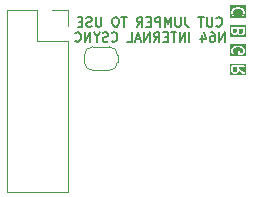
<source format=gbr>
%TF.GenerationSoftware,KiCad,Pcbnew,7.0.8*%
%TF.CreationDate,2024-06-22T11:04:44-04:00*%
%TF.ProjectId,n64amp,6e363461-6d70-42e6-9b69-6361645f7063,rev?*%
%TF.SameCoordinates,Original*%
%TF.FileFunction,Legend,Bot*%
%TF.FilePolarity,Positive*%
%FSLAX46Y46*%
G04 Gerber Fmt 4.6, Leading zero omitted, Abs format (unit mm)*
G04 Created by KiCad (PCBNEW 7.0.8) date 2024-06-22 11:04:44*
%MOMM*%
%LPD*%
G01*
G04 APERTURE LIST*
%ADD10C,0.150000*%
%ADD11C,0.120000*%
G04 APERTURE END LIST*
D10*
X30307847Y-13922504D02*
X30345943Y-13960600D01*
X30345943Y-13960600D02*
X30460228Y-13998695D01*
X30460228Y-13998695D02*
X30536419Y-13998695D01*
X30536419Y-13998695D02*
X30650705Y-13960600D01*
X30650705Y-13960600D02*
X30726895Y-13884409D01*
X30726895Y-13884409D02*
X30764990Y-13808219D01*
X30764990Y-13808219D02*
X30803086Y-13655838D01*
X30803086Y-13655838D02*
X30803086Y-13541552D01*
X30803086Y-13541552D02*
X30764990Y-13389171D01*
X30764990Y-13389171D02*
X30726895Y-13312980D01*
X30726895Y-13312980D02*
X30650705Y-13236790D01*
X30650705Y-13236790D02*
X30536419Y-13198695D01*
X30536419Y-13198695D02*
X30460228Y-13198695D01*
X30460228Y-13198695D02*
X30345943Y-13236790D01*
X30345943Y-13236790D02*
X30307847Y-13274885D01*
X29964990Y-13198695D02*
X29964990Y-13846314D01*
X29964990Y-13846314D02*
X29926895Y-13922504D01*
X29926895Y-13922504D02*
X29888800Y-13960600D01*
X29888800Y-13960600D02*
X29812609Y-13998695D01*
X29812609Y-13998695D02*
X29660228Y-13998695D01*
X29660228Y-13998695D02*
X29584038Y-13960600D01*
X29584038Y-13960600D02*
X29545943Y-13922504D01*
X29545943Y-13922504D02*
X29507847Y-13846314D01*
X29507847Y-13846314D02*
X29507847Y-13198695D01*
X29241181Y-13198695D02*
X28784038Y-13198695D01*
X29012610Y-13998695D02*
X29012610Y-13198695D01*
X27679276Y-13198695D02*
X27679276Y-13770123D01*
X27679276Y-13770123D02*
X27717371Y-13884409D01*
X27717371Y-13884409D02*
X27793562Y-13960600D01*
X27793562Y-13960600D02*
X27907847Y-13998695D01*
X27907847Y-13998695D02*
X27984038Y-13998695D01*
X27298323Y-13198695D02*
X27298323Y-13846314D01*
X27298323Y-13846314D02*
X27260228Y-13922504D01*
X27260228Y-13922504D02*
X27222133Y-13960600D01*
X27222133Y-13960600D02*
X27145942Y-13998695D01*
X27145942Y-13998695D02*
X26993561Y-13998695D01*
X26993561Y-13998695D02*
X26917371Y-13960600D01*
X26917371Y-13960600D02*
X26879276Y-13922504D01*
X26879276Y-13922504D02*
X26841180Y-13846314D01*
X26841180Y-13846314D02*
X26841180Y-13198695D01*
X26460228Y-13998695D02*
X26460228Y-13198695D01*
X26460228Y-13198695D02*
X26193562Y-13770123D01*
X26193562Y-13770123D02*
X25926895Y-13198695D01*
X25926895Y-13198695D02*
X25926895Y-13998695D01*
X25545942Y-13998695D02*
X25545942Y-13198695D01*
X25545942Y-13198695D02*
X25241180Y-13198695D01*
X25241180Y-13198695D02*
X25164990Y-13236790D01*
X25164990Y-13236790D02*
X25126895Y-13274885D01*
X25126895Y-13274885D02*
X25088799Y-13351076D01*
X25088799Y-13351076D02*
X25088799Y-13465361D01*
X25088799Y-13465361D02*
X25126895Y-13541552D01*
X25126895Y-13541552D02*
X25164990Y-13579647D01*
X25164990Y-13579647D02*
X25241180Y-13617742D01*
X25241180Y-13617742D02*
X25545942Y-13617742D01*
X24745942Y-13579647D02*
X24479276Y-13579647D01*
X24364990Y-13998695D02*
X24745942Y-13998695D01*
X24745942Y-13998695D02*
X24745942Y-13198695D01*
X24745942Y-13198695D02*
X24364990Y-13198695D01*
X23564989Y-13998695D02*
X23831656Y-13617742D01*
X24022132Y-13998695D02*
X24022132Y-13198695D01*
X24022132Y-13198695D02*
X23717370Y-13198695D01*
X23717370Y-13198695D02*
X23641180Y-13236790D01*
X23641180Y-13236790D02*
X23603085Y-13274885D01*
X23603085Y-13274885D02*
X23564989Y-13351076D01*
X23564989Y-13351076D02*
X23564989Y-13465361D01*
X23564989Y-13465361D02*
X23603085Y-13541552D01*
X23603085Y-13541552D02*
X23641180Y-13579647D01*
X23641180Y-13579647D02*
X23717370Y-13617742D01*
X23717370Y-13617742D02*
X24022132Y-13617742D01*
X22726894Y-13198695D02*
X22269751Y-13198695D01*
X22498323Y-13998695D02*
X22498323Y-13198695D01*
X21850703Y-13198695D02*
X21698322Y-13198695D01*
X21698322Y-13198695D02*
X21622132Y-13236790D01*
X21622132Y-13236790D02*
X21545941Y-13312980D01*
X21545941Y-13312980D02*
X21507846Y-13465361D01*
X21507846Y-13465361D02*
X21507846Y-13732028D01*
X21507846Y-13732028D02*
X21545941Y-13884409D01*
X21545941Y-13884409D02*
X21622132Y-13960600D01*
X21622132Y-13960600D02*
X21698322Y-13998695D01*
X21698322Y-13998695D02*
X21850703Y-13998695D01*
X21850703Y-13998695D02*
X21926894Y-13960600D01*
X21926894Y-13960600D02*
X22003084Y-13884409D01*
X22003084Y-13884409D02*
X22041180Y-13732028D01*
X22041180Y-13732028D02*
X22041180Y-13465361D01*
X22041180Y-13465361D02*
X22003084Y-13312980D01*
X22003084Y-13312980D02*
X21926894Y-13236790D01*
X21926894Y-13236790D02*
X21850703Y-13198695D01*
X20555465Y-13198695D02*
X20555465Y-13846314D01*
X20555465Y-13846314D02*
X20517370Y-13922504D01*
X20517370Y-13922504D02*
X20479275Y-13960600D01*
X20479275Y-13960600D02*
X20403084Y-13998695D01*
X20403084Y-13998695D02*
X20250703Y-13998695D01*
X20250703Y-13998695D02*
X20174513Y-13960600D01*
X20174513Y-13960600D02*
X20136418Y-13922504D01*
X20136418Y-13922504D02*
X20098322Y-13846314D01*
X20098322Y-13846314D02*
X20098322Y-13198695D01*
X19755466Y-13960600D02*
X19641180Y-13998695D01*
X19641180Y-13998695D02*
X19450704Y-13998695D01*
X19450704Y-13998695D02*
X19374513Y-13960600D01*
X19374513Y-13960600D02*
X19336418Y-13922504D01*
X19336418Y-13922504D02*
X19298323Y-13846314D01*
X19298323Y-13846314D02*
X19298323Y-13770123D01*
X19298323Y-13770123D02*
X19336418Y-13693933D01*
X19336418Y-13693933D02*
X19374513Y-13655838D01*
X19374513Y-13655838D02*
X19450704Y-13617742D01*
X19450704Y-13617742D02*
X19603085Y-13579647D01*
X19603085Y-13579647D02*
X19679275Y-13541552D01*
X19679275Y-13541552D02*
X19717370Y-13503457D01*
X19717370Y-13503457D02*
X19755466Y-13427266D01*
X19755466Y-13427266D02*
X19755466Y-13351076D01*
X19755466Y-13351076D02*
X19717370Y-13274885D01*
X19717370Y-13274885D02*
X19679275Y-13236790D01*
X19679275Y-13236790D02*
X19603085Y-13198695D01*
X19603085Y-13198695D02*
X19412608Y-13198695D01*
X19412608Y-13198695D02*
X19298323Y-13236790D01*
X18955465Y-13579647D02*
X18688799Y-13579647D01*
X18574513Y-13998695D02*
X18955465Y-13998695D01*
X18955465Y-13998695D02*
X18955465Y-13198695D01*
X18955465Y-13198695D02*
X18574513Y-13198695D01*
X30993561Y-15286695D02*
X30993561Y-14486695D01*
X30993561Y-14486695D02*
X30536418Y-15286695D01*
X30536418Y-15286695D02*
X30536418Y-14486695D01*
X29812609Y-14486695D02*
X29964990Y-14486695D01*
X29964990Y-14486695D02*
X30041181Y-14524790D01*
X30041181Y-14524790D02*
X30079276Y-14562885D01*
X30079276Y-14562885D02*
X30155466Y-14677171D01*
X30155466Y-14677171D02*
X30193562Y-14829552D01*
X30193562Y-14829552D02*
X30193562Y-15134314D01*
X30193562Y-15134314D02*
X30155466Y-15210504D01*
X30155466Y-15210504D02*
X30117371Y-15248600D01*
X30117371Y-15248600D02*
X30041181Y-15286695D01*
X30041181Y-15286695D02*
X29888800Y-15286695D01*
X29888800Y-15286695D02*
X29812609Y-15248600D01*
X29812609Y-15248600D02*
X29774514Y-15210504D01*
X29774514Y-15210504D02*
X29736419Y-15134314D01*
X29736419Y-15134314D02*
X29736419Y-14943838D01*
X29736419Y-14943838D02*
X29774514Y-14867647D01*
X29774514Y-14867647D02*
X29812609Y-14829552D01*
X29812609Y-14829552D02*
X29888800Y-14791457D01*
X29888800Y-14791457D02*
X30041181Y-14791457D01*
X30041181Y-14791457D02*
X30117371Y-14829552D01*
X30117371Y-14829552D02*
X30155466Y-14867647D01*
X30155466Y-14867647D02*
X30193562Y-14943838D01*
X29050704Y-14753361D02*
X29050704Y-15286695D01*
X29241180Y-14448600D02*
X29431657Y-15020028D01*
X29431657Y-15020028D02*
X28936418Y-15020028D01*
X28022132Y-15286695D02*
X28022132Y-14486695D01*
X27641180Y-15286695D02*
X27641180Y-14486695D01*
X27641180Y-14486695D02*
X27184037Y-15286695D01*
X27184037Y-15286695D02*
X27184037Y-14486695D01*
X26917371Y-14486695D02*
X26460228Y-14486695D01*
X26688800Y-15286695D02*
X26688800Y-14486695D01*
X26193561Y-14867647D02*
X25926895Y-14867647D01*
X25812609Y-15286695D02*
X26193561Y-15286695D01*
X26193561Y-15286695D02*
X26193561Y-14486695D01*
X26193561Y-14486695D02*
X25812609Y-14486695D01*
X25012608Y-15286695D02*
X25279275Y-14905742D01*
X25469751Y-15286695D02*
X25469751Y-14486695D01*
X25469751Y-14486695D02*
X25164989Y-14486695D01*
X25164989Y-14486695D02*
X25088799Y-14524790D01*
X25088799Y-14524790D02*
X25050704Y-14562885D01*
X25050704Y-14562885D02*
X25012608Y-14639076D01*
X25012608Y-14639076D02*
X25012608Y-14753361D01*
X25012608Y-14753361D02*
X25050704Y-14829552D01*
X25050704Y-14829552D02*
X25088799Y-14867647D01*
X25088799Y-14867647D02*
X25164989Y-14905742D01*
X25164989Y-14905742D02*
X25469751Y-14905742D01*
X24669751Y-15286695D02*
X24669751Y-14486695D01*
X24669751Y-14486695D02*
X24212608Y-15286695D01*
X24212608Y-15286695D02*
X24212608Y-14486695D01*
X23869752Y-15058123D02*
X23488799Y-15058123D01*
X23945942Y-15286695D02*
X23679275Y-14486695D01*
X23679275Y-14486695D02*
X23412609Y-15286695D01*
X22764990Y-15286695D02*
X23145942Y-15286695D01*
X23145942Y-15286695D02*
X23145942Y-14486695D01*
X21431656Y-15210504D02*
X21469752Y-15248600D01*
X21469752Y-15248600D02*
X21584037Y-15286695D01*
X21584037Y-15286695D02*
X21660228Y-15286695D01*
X21660228Y-15286695D02*
X21774514Y-15248600D01*
X21774514Y-15248600D02*
X21850704Y-15172409D01*
X21850704Y-15172409D02*
X21888799Y-15096219D01*
X21888799Y-15096219D02*
X21926895Y-14943838D01*
X21926895Y-14943838D02*
X21926895Y-14829552D01*
X21926895Y-14829552D02*
X21888799Y-14677171D01*
X21888799Y-14677171D02*
X21850704Y-14600980D01*
X21850704Y-14600980D02*
X21774514Y-14524790D01*
X21774514Y-14524790D02*
X21660228Y-14486695D01*
X21660228Y-14486695D02*
X21584037Y-14486695D01*
X21584037Y-14486695D02*
X21469752Y-14524790D01*
X21469752Y-14524790D02*
X21431656Y-14562885D01*
X21126895Y-15248600D02*
X21012609Y-15286695D01*
X21012609Y-15286695D02*
X20822133Y-15286695D01*
X20822133Y-15286695D02*
X20745942Y-15248600D01*
X20745942Y-15248600D02*
X20707847Y-15210504D01*
X20707847Y-15210504D02*
X20669752Y-15134314D01*
X20669752Y-15134314D02*
X20669752Y-15058123D01*
X20669752Y-15058123D02*
X20707847Y-14981933D01*
X20707847Y-14981933D02*
X20745942Y-14943838D01*
X20745942Y-14943838D02*
X20822133Y-14905742D01*
X20822133Y-14905742D02*
X20974514Y-14867647D01*
X20974514Y-14867647D02*
X21050704Y-14829552D01*
X21050704Y-14829552D02*
X21088799Y-14791457D01*
X21088799Y-14791457D02*
X21126895Y-14715266D01*
X21126895Y-14715266D02*
X21126895Y-14639076D01*
X21126895Y-14639076D02*
X21088799Y-14562885D01*
X21088799Y-14562885D02*
X21050704Y-14524790D01*
X21050704Y-14524790D02*
X20974514Y-14486695D01*
X20974514Y-14486695D02*
X20784037Y-14486695D01*
X20784037Y-14486695D02*
X20669752Y-14524790D01*
X20174513Y-14905742D02*
X20174513Y-15286695D01*
X20441180Y-14486695D02*
X20174513Y-14905742D01*
X20174513Y-14905742D02*
X19907847Y-14486695D01*
X19641180Y-15286695D02*
X19641180Y-14486695D01*
X19641180Y-14486695D02*
X19184037Y-15286695D01*
X19184037Y-15286695D02*
X19184037Y-14486695D01*
X18345942Y-15210504D02*
X18384038Y-15248600D01*
X18384038Y-15248600D02*
X18498323Y-15286695D01*
X18498323Y-15286695D02*
X18574514Y-15286695D01*
X18574514Y-15286695D02*
X18688800Y-15248600D01*
X18688800Y-15248600D02*
X18764990Y-15172409D01*
X18764990Y-15172409D02*
X18803085Y-15096219D01*
X18803085Y-15096219D02*
X18841181Y-14943838D01*
X18841181Y-14943838D02*
X18841181Y-14829552D01*
X18841181Y-14829552D02*
X18803085Y-14677171D01*
X18803085Y-14677171D02*
X18764990Y-14600980D01*
X18764990Y-14600980D02*
X18688800Y-14524790D01*
X18688800Y-14524790D02*
X18574514Y-14486695D01*
X18574514Y-14486695D02*
X18498323Y-14486695D01*
X18498323Y-14486695D02*
X18384038Y-14524790D01*
X18384038Y-14524790D02*
X18345942Y-14562885D01*
G36*
X32084628Y-17718026D02*
G01*
X32050370Y-17786542D01*
X32019963Y-17816949D01*
X31951447Y-17851207D01*
X31844000Y-17851207D01*
X31775484Y-17816949D01*
X31745077Y-17786542D01*
X31710819Y-17718026D01*
X31710819Y-17429779D01*
X32084628Y-17429779D01*
X32084628Y-17718026D01*
G37*
G36*
X32853392Y-18144064D02*
G01*
X31417962Y-18144064D01*
X31417962Y-17735731D01*
X31560819Y-17735731D01*
X31562352Y-17739944D01*
X31561311Y-17744305D01*
X31568737Y-17769272D01*
X31616356Y-17864510D01*
X31617545Y-17865635D01*
X31630405Y-17884002D01*
X31678024Y-17931621D01*
X31679505Y-17932312D01*
X31697516Y-17945670D01*
X31792754Y-17993289D01*
X31797207Y-17993801D01*
X31800643Y-17996684D01*
X31826295Y-18001207D01*
X31969152Y-18001207D01*
X31973365Y-17999673D01*
X31977726Y-18000715D01*
X32002693Y-17993289D01*
X32097931Y-17945670D01*
X32099056Y-17944480D01*
X32117423Y-17931621D01*
X32165042Y-17884002D01*
X32165733Y-17882520D01*
X32179091Y-17864510D01*
X32226710Y-17769272D01*
X32227222Y-17764818D01*
X32230105Y-17761383D01*
X32234440Y-17736791D01*
X32592810Y-17987650D01*
X32642366Y-18000920D01*
X32688860Y-17979233D01*
X32710535Y-17932733D01*
X32697250Y-17883181D01*
X32678829Y-17864765D01*
X32234628Y-17553824D01*
X32234628Y-17429779D01*
X32635819Y-17429779D01*
X32684028Y-17412232D01*
X32709680Y-17367803D01*
X32700771Y-17317279D01*
X32661471Y-17284302D01*
X32635819Y-17279779D01*
X31635819Y-17279779D01*
X31617510Y-17286442D01*
X31598319Y-17289827D01*
X31593968Y-17295011D01*
X31587610Y-17297326D01*
X31577867Y-17314199D01*
X31565342Y-17329127D01*
X31563624Y-17338869D01*
X31561958Y-17341755D01*
X31562536Y-17345037D01*
X31560819Y-17354779D01*
X31560819Y-17735731D01*
X31417962Y-17735731D01*
X31417962Y-17136922D01*
X32853392Y-17136922D01*
X32853392Y-18144064D01*
G37*
G36*
X32560819Y-14466826D02*
G01*
X32526561Y-14535341D01*
X32496153Y-14565748D01*
X32427637Y-14600007D01*
X32320190Y-14600007D01*
X32251674Y-14565749D01*
X32225180Y-14539255D01*
X32187009Y-14424741D01*
X32187009Y-14178579D01*
X32560819Y-14178579D01*
X32560819Y-14466826D01*
G37*
G36*
X32037009Y-14419207D02*
G01*
X32002751Y-14487723D01*
X31972344Y-14518130D01*
X31903828Y-14552388D01*
X31844000Y-14552388D01*
X31775484Y-14518130D01*
X31745077Y-14487723D01*
X31710819Y-14419207D01*
X31710819Y-14178579D01*
X32037009Y-14178579D01*
X32037009Y-14419207D01*
G37*
G36*
X32853676Y-14892864D02*
G01*
X31417962Y-14892864D01*
X31417962Y-14436912D01*
X31560819Y-14436912D01*
X31562352Y-14441125D01*
X31561311Y-14445486D01*
X31568737Y-14470453D01*
X31616356Y-14565691D01*
X31617545Y-14566816D01*
X31630405Y-14585183D01*
X31678024Y-14632802D01*
X31679505Y-14633493D01*
X31697516Y-14646851D01*
X31792754Y-14694470D01*
X31797207Y-14694982D01*
X31800643Y-14697865D01*
X31826295Y-14702388D01*
X31921533Y-14702388D01*
X31925746Y-14700854D01*
X31930107Y-14701896D01*
X31955074Y-14694470D01*
X32050312Y-14646851D01*
X32051437Y-14645661D01*
X32069804Y-14632802D01*
X32091613Y-14610992D01*
X32091655Y-14611465D01*
X32106595Y-14632802D01*
X32154214Y-14680421D01*
X32155695Y-14681112D01*
X32173706Y-14694470D01*
X32268944Y-14742089D01*
X32273397Y-14742601D01*
X32276833Y-14745484D01*
X32302485Y-14750007D01*
X32445342Y-14750007D01*
X32449555Y-14748473D01*
X32453916Y-14749515D01*
X32478883Y-14742089D01*
X32574121Y-14694470D01*
X32575246Y-14693281D01*
X32593612Y-14680422D01*
X32641232Y-14632803D01*
X32641922Y-14631321D01*
X32655282Y-14613310D01*
X32702901Y-14518072D01*
X32703413Y-14513618D01*
X32706296Y-14510183D01*
X32710819Y-14484531D01*
X32710819Y-14103579D01*
X32704155Y-14085270D01*
X32700771Y-14066079D01*
X32695586Y-14061728D01*
X32693272Y-14055370D01*
X32676398Y-14045627D01*
X32661471Y-14033102D01*
X32651728Y-14031384D01*
X32648843Y-14029718D01*
X32645560Y-14030296D01*
X32635819Y-14028579D01*
X31635819Y-14028579D01*
X31617510Y-14035242D01*
X31598319Y-14038627D01*
X31593968Y-14043811D01*
X31587610Y-14046126D01*
X31577867Y-14062999D01*
X31565342Y-14077927D01*
X31563624Y-14087669D01*
X31561958Y-14090555D01*
X31562536Y-14093837D01*
X31560819Y-14103579D01*
X31560819Y-14436912D01*
X31417962Y-14436912D01*
X31417962Y-13885722D01*
X32853676Y-13885722D01*
X32853676Y-14892864D01*
G37*
G36*
X32853676Y-13266978D02*
G01*
X31417962Y-13266978D01*
X31417962Y-12858931D01*
X31560819Y-12858931D01*
X31561379Y-12860469D01*
X31564668Y-12882648D01*
X31612287Y-13025505D01*
X31615074Y-13029017D01*
X31615465Y-13033484D01*
X31630405Y-13054821D01*
X31678024Y-13102440D01*
X31724520Y-13124121D01*
X31774075Y-13110844D01*
X31803501Y-13068818D01*
X31799030Y-13017711D01*
X31784090Y-12996374D01*
X31748990Y-12961274D01*
X31710819Y-12846760D01*
X31710819Y-12775863D01*
X31748990Y-12661349D01*
X31823103Y-12587237D01*
X31900090Y-12548743D01*
X32073624Y-12505360D01*
X32198013Y-12505360D01*
X32371547Y-12548743D01*
X32448534Y-12587237D01*
X32522648Y-12661350D01*
X32560819Y-12775863D01*
X32560819Y-12846761D01*
X32522648Y-12961273D01*
X32487548Y-12996373D01*
X32465866Y-13042870D01*
X32479143Y-13092425D01*
X32521168Y-13121851D01*
X32572275Y-13117381D01*
X32593612Y-13102441D01*
X32641232Y-13054822D01*
X32643127Y-13050757D01*
X32646948Y-13048410D01*
X32659351Y-13025505D01*
X32706970Y-12882649D01*
X32706925Y-12881013D01*
X32710819Y-12858931D01*
X32710819Y-12763693D01*
X32710259Y-12762155D01*
X32706970Y-12739975D01*
X32659351Y-12597119D01*
X32656564Y-12593608D01*
X32656174Y-12589140D01*
X32641233Y-12567803D01*
X32545994Y-12472565D01*
X32544512Y-12471874D01*
X32526502Y-12458516D01*
X32431264Y-12410897D01*
X32427735Y-12410490D01*
X32415913Y-12405218D01*
X32225437Y-12357599D01*
X32221988Y-12357959D01*
X32207247Y-12355360D01*
X32064390Y-12355360D01*
X32061132Y-12356545D01*
X32046200Y-12357599D01*
X31855724Y-12405218D01*
X31852779Y-12407206D01*
X31840373Y-12410897D01*
X31745135Y-12458516D01*
X31744011Y-12459702D01*
X31725643Y-12472565D01*
X31630405Y-12567803D01*
X31628510Y-12571866D01*
X31624689Y-12574214D01*
X31612287Y-12597119D01*
X31564668Y-12739976D01*
X31564712Y-12741610D01*
X31560819Y-12763693D01*
X31560819Y-12858931D01*
X31417962Y-12858931D01*
X31417962Y-12212503D01*
X32853676Y-12212503D01*
X32853676Y-13266978D01*
G37*
G36*
X32853676Y-16518464D02*
G01*
X31417962Y-16518464D01*
X31417962Y-16157750D01*
X31560819Y-16157750D01*
X31562352Y-16161963D01*
X31561311Y-16166324D01*
X31568737Y-16191291D01*
X31616356Y-16286529D01*
X31653610Y-16321801D01*
X31704820Y-16324876D01*
X31746026Y-16294312D01*
X31757946Y-16244413D01*
X31750520Y-16219447D01*
X31710819Y-16140045D01*
X31710819Y-16027063D01*
X31748990Y-15912549D01*
X31823103Y-15838437D01*
X31900090Y-15799943D01*
X32073624Y-15756560D01*
X32198013Y-15756560D01*
X32371547Y-15799943D01*
X32448534Y-15838437D01*
X32522648Y-15912550D01*
X32560819Y-16027063D01*
X32560819Y-16097961D01*
X32522648Y-16212473D01*
X32509514Y-16225607D01*
X32282247Y-16225607D01*
X32282247Y-16110131D01*
X32264700Y-16061922D01*
X32220271Y-16036270D01*
X32169747Y-16045179D01*
X32136770Y-16084479D01*
X32132247Y-16110131D01*
X32132247Y-16300607D01*
X32138910Y-16318915D01*
X32142295Y-16338107D01*
X32147479Y-16342457D01*
X32149794Y-16348816D01*
X32166667Y-16358558D01*
X32181595Y-16371084D01*
X32191337Y-16372801D01*
X32194223Y-16374468D01*
X32197505Y-16373889D01*
X32207247Y-16375607D01*
X32540580Y-16375607D01*
X32555963Y-16370007D01*
X32572275Y-16368581D01*
X32585689Y-16359188D01*
X32588789Y-16358060D01*
X32589798Y-16356310D01*
X32593612Y-16353641D01*
X32641232Y-16306022D01*
X32643127Y-16301957D01*
X32646948Y-16299610D01*
X32659351Y-16276705D01*
X32706970Y-16133849D01*
X32706925Y-16132213D01*
X32710819Y-16110131D01*
X32710819Y-16014893D01*
X32710259Y-16013355D01*
X32706970Y-15991175D01*
X32659351Y-15848319D01*
X32656564Y-15844808D01*
X32656174Y-15840340D01*
X32641233Y-15819003D01*
X32545994Y-15723765D01*
X32544512Y-15723074D01*
X32526502Y-15709716D01*
X32431264Y-15662097D01*
X32427735Y-15661690D01*
X32415913Y-15656418D01*
X32225437Y-15608799D01*
X32221988Y-15609159D01*
X32207247Y-15606560D01*
X32064390Y-15606560D01*
X32061132Y-15607745D01*
X32046200Y-15608799D01*
X31855724Y-15656418D01*
X31852779Y-15658406D01*
X31840373Y-15662097D01*
X31745135Y-15709716D01*
X31744011Y-15710902D01*
X31725643Y-15723765D01*
X31630405Y-15819003D01*
X31628510Y-15823066D01*
X31624689Y-15825414D01*
X31612287Y-15848319D01*
X31564668Y-15991176D01*
X31564712Y-15992810D01*
X31560819Y-16014893D01*
X31560819Y-16157750D01*
X31417962Y-16157750D01*
X31417962Y-15463703D01*
X32853676Y-15463703D01*
X32853676Y-16518464D01*
G37*
D11*
%TO.C,JP1*%
X21933600Y-17013200D02*
X21933600Y-16413200D01*
X21233600Y-15713200D02*
X19833600Y-15713200D01*
X19833600Y-17713200D02*
X21233600Y-17713200D01*
X19133600Y-16413200D02*
X19133600Y-17013200D01*
X21233600Y-17713200D02*
G75*
G03*
X21933600Y-17013200I1J699999D01*
G01*
X21933600Y-16413200D02*
G75*
G03*
X21233600Y-15713200I-699999J1D01*
G01*
X19133600Y-17013200D02*
G75*
G03*
X19833600Y-17713200I700000J0D01*
G01*
X19833600Y-15713200D02*
G75*
G03*
X19133600Y-16413200I0J-700000D01*
G01*
%TO.C,J1*%
X17756600Y-27974800D02*
X12556600Y-27974800D01*
X17756600Y-15214800D02*
X17756600Y-27974800D01*
X17756600Y-15214800D02*
X15156600Y-15214800D01*
X17756600Y-13944800D02*
X17756600Y-12614800D01*
X17756600Y-12614800D02*
X16426600Y-12614800D01*
X15156600Y-15214800D02*
X15156600Y-12614800D01*
X15156600Y-12614800D02*
X12556600Y-12614800D01*
X12556600Y-12614800D02*
X12556600Y-27974800D01*
%TD*%
M02*

</source>
